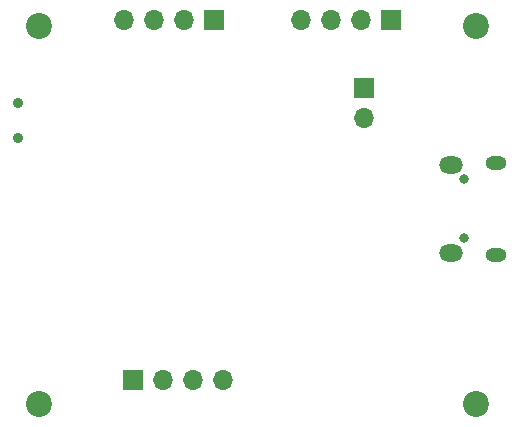
<source format=gbr>
%TF.GenerationSoftware,KiCad,Pcbnew,8.0.8-8.0.8-0~ubuntu24.04.1*%
%TF.CreationDate,2025-02-20T16:37:28+05:30*%
%TF.ProjectId,STM32_BT_IMU,53544d33-325f-4425-945f-494d552e6b69,rev?*%
%TF.SameCoordinates,Original*%
%TF.FileFunction,Soldermask,Bot*%
%TF.FilePolarity,Negative*%
%FSLAX46Y46*%
G04 Gerber Fmt 4.6, Leading zero omitted, Abs format (unit mm)*
G04 Created by KiCad (PCBNEW 8.0.8-8.0.8-0~ubuntu24.04.1) date 2025-02-20 16:37:28*
%MOMM*%
%LPD*%
G01*
G04 APERTURE LIST*
%ADD10C,2.200000*%
%ADD11R,1.700000X1.700000*%
%ADD12O,1.700000X1.700000*%
%ADD13C,0.900000*%
%ADD14O,0.800000X0.800000*%
%ADD15O,1.800000X1.150000*%
%ADD16O,2.000000X1.450000*%
G04 APERTURE END LIST*
D10*
%TO.C,H2*%
X91000000Y-104000000D03*
%TD*%
%TO.C,H1*%
X54000000Y-104000000D03*
%TD*%
D11*
%TO.C,J2*%
X83800000Y-71500000D03*
D12*
X81260000Y-71500000D03*
X78720000Y-71500000D03*
X76180000Y-71500000D03*
%TD*%
D13*
%TO.C,SW1*%
X52170000Y-78500000D03*
X52170000Y-81500000D03*
%TD*%
D14*
%TO.C,J1*%
X89945000Y-90000000D03*
X89945000Y-85000000D03*
D15*
X92695000Y-91375000D03*
D16*
X88895000Y-91225000D03*
X88895000Y-83775000D03*
D15*
X92695000Y-83625000D03*
%TD*%
D11*
%TO.C,J4*%
X61920000Y-102000000D03*
D12*
X64460000Y-102000000D03*
X67000000Y-102000000D03*
X69540000Y-102000000D03*
%TD*%
D10*
%TO.C,H3*%
X54000000Y-72000000D03*
%TD*%
D11*
%TO.C,J5*%
X81500000Y-77225000D03*
D12*
X81500000Y-79765000D03*
%TD*%
D11*
%TO.C,J3*%
X68800000Y-71500000D03*
D12*
X66260000Y-71500000D03*
X63720000Y-71500000D03*
X61180000Y-71500000D03*
%TD*%
D10*
%TO.C,H4*%
X91000000Y-72000000D03*
%TD*%
M02*

</source>
